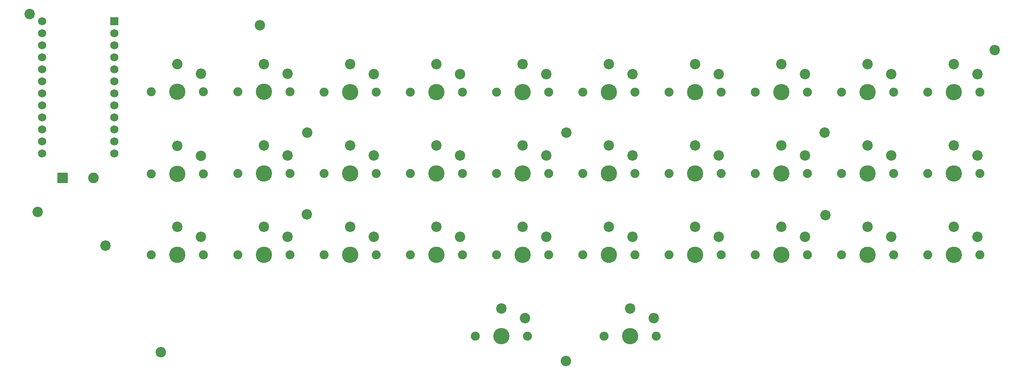
<source format=gbr>
%TF.GenerationSoftware,KiCad,Pcbnew,8.0.6*%
%TF.CreationDate,2025-04-17T08:46:25+02:00*%
%TF.ProjectId,KYBR_ORTHO,4b594252-5f4f-4525-9448-4f2e6b696361,rev?*%
%TF.SameCoordinates,Original*%
%TF.FileFunction,Soldermask,Bot*%
%TF.FilePolarity,Negative*%
%FSLAX46Y46*%
G04 Gerber Fmt 4.6, Leading zero omitted, Abs format (unit mm)*
G04 Created by KiCad (PCBNEW 8.0.6) date 2025-04-17 08:46:25*
%MOMM*%
%LPD*%
G01*
G04 APERTURE LIST*
%ADD10C,1.900000*%
%ADD11C,3.450000*%
%ADD12C,2.200000*%
%ADD13R,2.250000X2.250000*%
%ADD14C,2.250000*%
%ADD15R,1.752600X1.752600*%
%ADD16C,1.752600*%
G04 APERTURE END LIST*
D10*
%TO.C,S20*%
X245400000Y-84000000D03*
D11*
X250900000Y-84000000D03*
D10*
X256400000Y-84000000D03*
D12*
X250900000Y-78100000D03*
X255900000Y-80200000D03*
%TD*%
D13*
%TO.C,SW1*%
X62750000Y-84900000D03*
D14*
X69250000Y-84900000D03*
%TD*%
D10*
%TO.C,S24*%
X136200000Y-101200000D03*
D11*
X141700000Y-101200000D03*
D10*
X147200000Y-101200000D03*
D12*
X141700000Y-95300000D03*
X146700000Y-97400000D03*
%TD*%
D10*
%TO.C,S14*%
X136200000Y-84000000D03*
D11*
X141700000Y-84000000D03*
D10*
X147200000Y-84000000D03*
D12*
X141700000Y-78100000D03*
X146700000Y-80200000D03*
%TD*%
%TO.C,REF\u002A\u002A*%
X169000000Y-123600000D03*
%TD*%
%TO.C,REF\u002A\u002A*%
X114300000Y-92600000D03*
%TD*%
D10*
%TO.C,S22*%
X99750000Y-101200000D03*
D11*
X105250000Y-101200000D03*
D10*
X110750000Y-101200000D03*
D12*
X105250000Y-95300000D03*
X110250000Y-97400000D03*
%TD*%
D10*
%TO.C,S13*%
X118000000Y-84000000D03*
D11*
X123500000Y-84000000D03*
D10*
X129000000Y-84000000D03*
D12*
X123500000Y-78100000D03*
X128500000Y-80200000D03*
%TD*%
D10*
%TO.C,S4*%
X136200000Y-66800000D03*
D11*
X141700000Y-66800000D03*
D10*
X147200000Y-66800000D03*
D12*
X141700000Y-60900000D03*
X146700000Y-63000000D03*
%TD*%
D10*
%TO.C,S2*%
X99750000Y-66750000D03*
D11*
X105250000Y-66750000D03*
D10*
X110750000Y-66750000D03*
D12*
X105250000Y-60850000D03*
X110250000Y-62950000D03*
%TD*%
D10*
%TO.C,S23*%
X118000000Y-101200000D03*
D11*
X123500000Y-101200000D03*
D10*
X129000000Y-101200000D03*
D12*
X123500000Y-95300000D03*
X128500000Y-97400000D03*
%TD*%
D10*
%TO.C,S30*%
X245400000Y-101200000D03*
D11*
X250900000Y-101200000D03*
D10*
X256400000Y-101200000D03*
D12*
X250900000Y-95300000D03*
X255900000Y-97400000D03*
%TD*%
D10*
%TO.C,S32*%
X177100000Y-118400000D03*
D11*
X182600000Y-118400000D03*
D10*
X188100000Y-118400000D03*
D12*
X182600000Y-112500000D03*
X187600000Y-114600000D03*
%TD*%
D10*
%TO.C,S18*%
X209000000Y-84000000D03*
D11*
X214500000Y-84000000D03*
D10*
X220000000Y-84000000D03*
D12*
X214500000Y-78100000D03*
X219500000Y-80200000D03*
%TD*%
%TO.C,REF\u002A\u002A*%
X223600000Y-75400000D03*
%TD*%
D10*
%TO.C,S26*%
X172600000Y-101200000D03*
D11*
X178100000Y-101200000D03*
D10*
X183600000Y-101200000D03*
D12*
X178100000Y-95300000D03*
X183100000Y-97400000D03*
%TD*%
D10*
%TO.C,S11*%
X81500000Y-84050000D03*
D11*
X87000000Y-84050000D03*
D10*
X92500000Y-84050000D03*
D12*
X87000000Y-78150000D03*
X92000000Y-80250000D03*
%TD*%
D10*
%TO.C,S21*%
X81500000Y-101200000D03*
D11*
X87000000Y-101200000D03*
D10*
X92500000Y-101200000D03*
D12*
X87000000Y-95300000D03*
X92000000Y-97400000D03*
%TD*%
D10*
%TO.C,S10*%
X245400000Y-66800000D03*
D11*
X250900000Y-66800000D03*
D10*
X256400000Y-66800000D03*
D12*
X250900000Y-60900000D03*
X255900000Y-63000000D03*
%TD*%
%TO.C,REF\u002A\u002A*%
X114400000Y-75400000D03*
%TD*%
%TO.C,REF\u002A\u002A*%
X57500000Y-92100000D03*
%TD*%
%TO.C,REF\u002A\u002A*%
X83500000Y-121800000D03*
%TD*%
%TO.C,REF\u002A\u002A*%
X169100000Y-75400000D03*
%TD*%
D10*
%TO.C,S25*%
X154400000Y-101200000D03*
D11*
X159900000Y-101200000D03*
D10*
X165400000Y-101200000D03*
D12*
X159900000Y-95300000D03*
X164900000Y-97400000D03*
%TD*%
D10*
%TO.C,S17*%
X190800000Y-84000000D03*
D11*
X196300000Y-84000000D03*
D10*
X201800000Y-84000000D03*
D12*
X196300000Y-78100000D03*
X201300000Y-80200000D03*
%TD*%
D10*
%TO.C,S9*%
X227200000Y-66800000D03*
D11*
X232700000Y-66800000D03*
D10*
X238200000Y-66800000D03*
D12*
X232700000Y-60900000D03*
X237700000Y-63000000D03*
%TD*%
D10*
%TO.C,S7*%
X190800000Y-66800000D03*
D11*
X196300000Y-66800000D03*
D10*
X201800000Y-66800000D03*
D12*
X196300000Y-60900000D03*
X201300000Y-63000000D03*
%TD*%
D10*
%TO.C,S29*%
X227200000Y-101200000D03*
D11*
X232700000Y-101200000D03*
D10*
X238200000Y-101200000D03*
D12*
X232700000Y-95300000D03*
X237700000Y-97400000D03*
%TD*%
%TO.C,REF\u002A\u002A*%
X259500000Y-57900000D03*
%TD*%
D10*
%TO.C,S31*%
X149900000Y-118400000D03*
D11*
X155400000Y-118400000D03*
D10*
X160900000Y-118400000D03*
D12*
X155400000Y-112500000D03*
X160400000Y-114600000D03*
%TD*%
D10*
%TO.C,S15*%
X154400000Y-84000000D03*
D11*
X159900000Y-84000000D03*
D10*
X165400000Y-84000000D03*
D12*
X159900000Y-78100000D03*
X164900000Y-80200000D03*
%TD*%
D10*
%TO.C,S8*%
X209000000Y-66800000D03*
D11*
X214500000Y-66800000D03*
D10*
X220000000Y-66800000D03*
D12*
X214500000Y-60900000D03*
X219500000Y-63000000D03*
%TD*%
%TO.C,REF\u002A\u002A*%
X223800000Y-92800000D03*
%TD*%
D10*
%TO.C,S5*%
X154400000Y-66800000D03*
D11*
X159900000Y-66800000D03*
D10*
X165400000Y-66800000D03*
D12*
X159900000Y-60900000D03*
X164900000Y-63000000D03*
%TD*%
D10*
%TO.C,S19*%
X227200000Y-84000000D03*
D11*
X232700000Y-84000000D03*
D10*
X238200000Y-84000000D03*
D12*
X232700000Y-78100000D03*
X237700000Y-80200000D03*
%TD*%
D10*
%TO.C,S27*%
X190800000Y-101200000D03*
D11*
X196300000Y-101200000D03*
D10*
X201800000Y-101200000D03*
D12*
X196300000Y-95300000D03*
X201300000Y-97400000D03*
%TD*%
D10*
%TO.C,S3*%
X118000000Y-66800000D03*
D11*
X123500000Y-66800000D03*
D10*
X129000000Y-66800000D03*
D12*
X123500000Y-60900000D03*
X128500000Y-63000000D03*
%TD*%
D10*
%TO.C,S12*%
X99750000Y-84000000D03*
D11*
X105250000Y-84000000D03*
D10*
X110750000Y-84000000D03*
D12*
X105250000Y-78100000D03*
X110250000Y-80200000D03*
%TD*%
D10*
%TO.C,S16*%
X172600000Y-84000000D03*
D11*
X178100000Y-84000000D03*
D10*
X183600000Y-84000000D03*
D12*
X178100000Y-78100000D03*
X183100000Y-80200000D03*
%TD*%
%TO.C,REF\u002A\u002A*%
X71800000Y-99200000D03*
%TD*%
%TO.C,REF\u002A\u002A*%
X104400000Y-52700000D03*
%TD*%
D10*
%TO.C,S1*%
X81500000Y-66750000D03*
D11*
X87000000Y-66750000D03*
D10*
X92500000Y-66750000D03*
D12*
X87000000Y-60850000D03*
X92000000Y-62950000D03*
%TD*%
D10*
%TO.C,S6*%
X172600000Y-66800000D03*
D11*
X178100000Y-66800000D03*
D10*
X183600000Y-66800000D03*
D12*
X178100000Y-60900000D03*
X183100000Y-63000000D03*
%TD*%
D10*
%TO.C,S28*%
X209000000Y-101200000D03*
D11*
X214500000Y-101200000D03*
D10*
X220000000Y-101200000D03*
D12*
X214500000Y-95300000D03*
X219500000Y-97400000D03*
%TD*%
%TO.C,REF\u002A\u002A*%
X55800000Y-50300000D03*
%TD*%
D15*
%TO.C,U1*%
X73720000Y-51830000D03*
D16*
X73720000Y-54370000D03*
X73720000Y-56910000D03*
X73720000Y-59450000D03*
X73720000Y-61990000D03*
X73720000Y-64530000D03*
X73720000Y-67070000D03*
X73720000Y-69610000D03*
X73720000Y-72150000D03*
X73720000Y-74690000D03*
X73720000Y-77230000D03*
X73720000Y-79770000D03*
X58480000Y-79770000D03*
X58480000Y-77230000D03*
X58480000Y-74690000D03*
X58480000Y-72150000D03*
X58480000Y-69610000D03*
X58480000Y-67070000D03*
X58480000Y-64530000D03*
X58480000Y-61990000D03*
X58480000Y-59450000D03*
X58480000Y-56910000D03*
X58480000Y-54370000D03*
X58480000Y-51830000D03*
%TD*%
M02*

</source>
